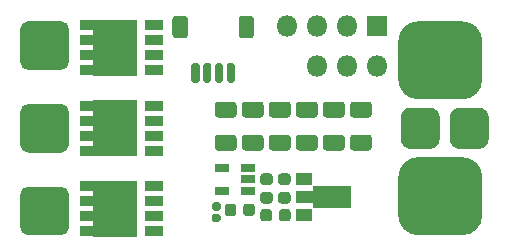
<source format=gbr>
%TF.GenerationSoftware,KiCad,Pcbnew,(5.1.6-0-10_14)*%
%TF.CreationDate,2021-03-16T08:34:44-04:00*%
%TF.ProjectId,F051_ESC,46303531-5f45-4534-932e-6b696361645f,rev?*%
%TF.SameCoordinates,Original*%
%TF.FileFunction,Soldermask,Top*%
%TF.FilePolarity,Negative*%
%FSLAX46Y46*%
G04 Gerber Fmt 4.6, Leading zero omitted, Abs format (unit mm)*
G04 Created by KiCad (PCBNEW (5.1.6-0-10_14)) date 2021-03-16 08:34:44*
%MOMM*%
%LPD*%
G01*
G04 APERTURE LIST*
%ADD10O,1.801600X1.801600*%
%ADD11R,1.801600X1.801600*%
%ADD12R,3.851600X4.801600*%
%ADD13R,1.151600X0.951600*%
%ADD14R,1.551600X0.951600*%
%ADD15R,1.161600X0.751600*%
%ADD16C,0.100000*%
%ADD17R,1.401600X1.001600*%
G04 APERTURE END LIST*
D10*
%TO.C,J3*%
X242550000Y-71330000D03*
X245090000Y-71330000D03*
X247630000Y-71330000D03*
D11*
X250170000Y-71330000D03*
%TD*%
D12*
%TO.C,Q6*%
X227950000Y-86800000D03*
D13*
X225550000Y-88705000D03*
X225550000Y-87435000D03*
X225550000Y-86165000D03*
X225550000Y-84895000D03*
D14*
X231250000Y-84895000D03*
X231250000Y-86165000D03*
X231250000Y-87435000D03*
X231250000Y-88705000D03*
%TD*%
D10*
%TO.C,J6*%
X245090000Y-74710000D03*
X247630000Y-74710000D03*
X250170000Y-74710000D03*
%TD*%
%TO.C,J2*%
G36*
G01*
X234120800Y-70754932D02*
X234120800Y-72115068D01*
G75*
G02*
X233850068Y-72385800I-270732J0D01*
G01*
X233089932Y-72385800D01*
G75*
G02*
X232819200Y-72115068I0J270732D01*
G01*
X232819200Y-70754932D01*
G75*
G02*
X233089932Y-70484200I270732J0D01*
G01*
X233850068Y-70484200D01*
G75*
G02*
X234120800Y-70754932I0J-270732D01*
G01*
G37*
G36*
G01*
X239720800Y-70754932D02*
X239720800Y-72115068D01*
G75*
G02*
X239450068Y-72385800I-270732J0D01*
G01*
X238689932Y-72385800D01*
G75*
G02*
X238419200Y-72115068I0J270732D01*
G01*
X238419200Y-70754932D01*
G75*
G02*
X238689932Y-70484200I270732J0D01*
G01*
X239450068Y-70484200D01*
G75*
G02*
X239720800Y-70754932I0J-270732D01*
G01*
G37*
G36*
G01*
X235120800Y-74659600D02*
X235120800Y-75960400D01*
G75*
G02*
X234945400Y-76135800I-175400J0D01*
G01*
X234594600Y-76135800D01*
G75*
G02*
X234419200Y-75960400I0J175400D01*
G01*
X234419200Y-74659600D01*
G75*
G02*
X234594600Y-74484200I175400J0D01*
G01*
X234945400Y-74484200D01*
G75*
G02*
X235120800Y-74659600I0J-175400D01*
G01*
G37*
G36*
G01*
X236120800Y-74659600D02*
X236120800Y-75960400D01*
G75*
G02*
X235945400Y-76135800I-175400J0D01*
G01*
X235594600Y-76135800D01*
G75*
G02*
X235419200Y-75960400I0J175400D01*
G01*
X235419200Y-74659600D01*
G75*
G02*
X235594600Y-74484200I175400J0D01*
G01*
X235945400Y-74484200D01*
G75*
G02*
X236120800Y-74659600I0J-175400D01*
G01*
G37*
G36*
G01*
X237120800Y-74659600D02*
X237120800Y-75960400D01*
G75*
G02*
X236945400Y-76135800I-175400J0D01*
G01*
X236594600Y-76135800D01*
G75*
G02*
X236419200Y-75960400I0J175400D01*
G01*
X236419200Y-74659600D01*
G75*
G02*
X236594600Y-74484200I175400J0D01*
G01*
X236945400Y-74484200D01*
G75*
G02*
X237120800Y-74659600I0J-175400D01*
G01*
G37*
G36*
G01*
X238120800Y-74659600D02*
X238120800Y-75960400D01*
G75*
G02*
X237945400Y-76135800I-175400J0D01*
G01*
X237594600Y-76135800D01*
G75*
G02*
X237419200Y-75960400I0J175400D01*
G01*
X237419200Y-74659600D01*
G75*
G02*
X237594600Y-74484200I175400J0D01*
G01*
X237945400Y-74484200D01*
G75*
G02*
X238120800Y-74659600I0J-175400D01*
G01*
G37*
%TD*%
%TO.C,C20*%
G36*
G01*
X237985480Y-79095800D02*
X236674520Y-79095800D01*
G75*
G02*
X236404200Y-78825480I0J270320D01*
G01*
X236404200Y-78014520D01*
G75*
G02*
X236674520Y-77744200I270320J0D01*
G01*
X237985480Y-77744200D01*
G75*
G02*
X238255800Y-78014520I0J-270320D01*
G01*
X238255800Y-78825480D01*
G75*
G02*
X237985480Y-79095800I-270320J0D01*
G01*
G37*
G36*
G01*
X237985480Y-81895800D02*
X236674520Y-81895800D01*
G75*
G02*
X236404200Y-81625480I0J270320D01*
G01*
X236404200Y-80814520D01*
G75*
G02*
X236674520Y-80544200I270320J0D01*
G01*
X237985480Y-80544200D01*
G75*
G02*
X238255800Y-80814520I0J-270320D01*
G01*
X238255800Y-81625480D01*
G75*
G02*
X237985480Y-81895800I-270320J0D01*
G01*
G37*
%TD*%
D15*
%TO.C,U4*%
X237010000Y-85280000D03*
X237010000Y-83380000D03*
X239210000Y-83380000D03*
X239210000Y-84330000D03*
X239210000Y-85280000D03*
%TD*%
%TO.C,R1*%
G36*
G01*
X255455800Y-79074600D02*
X255455800Y-80925400D01*
G75*
G02*
X254630400Y-81750800I-825400J0D01*
G01*
X252979600Y-81750800D01*
G75*
G02*
X252154200Y-80925400I0J825400D01*
G01*
X252154200Y-79074600D01*
G75*
G02*
X252979600Y-78249200I825400J0D01*
G01*
X254630400Y-78249200D01*
G75*
G02*
X255455800Y-79074600I0J-825400D01*
G01*
G37*
G36*
G01*
X259605800Y-79074600D02*
X259605800Y-80925400D01*
G75*
G02*
X258780400Y-81750800I-825400J0D01*
G01*
X257129600Y-81750800D01*
G75*
G02*
X256304200Y-80925400I0J825400D01*
G01*
X256304200Y-79074600D01*
G75*
G02*
X257129600Y-78249200I825400J0D01*
G01*
X258780400Y-78249200D01*
G75*
G02*
X259605800Y-79074600I0J-825400D01*
G01*
G37*
%TD*%
%TO.C,J1*%
G36*
G01*
X257400400Y-77550800D02*
X253599600Y-77550800D01*
G75*
G02*
X251949200Y-75900400I0J1650400D01*
G01*
X251949200Y-72599600D01*
G75*
G02*
X253599600Y-70949200I1650400J0D01*
G01*
X257400400Y-70949200D01*
G75*
G02*
X259050800Y-72599600I0J-1650400D01*
G01*
X259050800Y-75900400D01*
G75*
G02*
X257400400Y-77550800I-1650400J0D01*
G01*
G37*
G36*
G01*
X257400400Y-89050800D02*
X253599600Y-89050800D01*
G75*
G02*
X251949200Y-87400400I0J1650400D01*
G01*
X251949200Y-84099600D01*
G75*
G02*
X253599600Y-82449200I1650400J0D01*
G01*
X257400400Y-82449200D01*
G75*
G02*
X259050800Y-84099600I0J-1650400D01*
G01*
X259050800Y-87400400D01*
G75*
G02*
X257400400Y-89050800I-1650400J0D01*
G01*
G37*
%TD*%
D16*
%TO.C,U3*%
G36*
X247939911Y-84893676D02*
G01*
X247949440Y-84896567D01*
X247958223Y-84901261D01*
X247965921Y-84907579D01*
X247972239Y-84915277D01*
X247976933Y-84924060D01*
X247979824Y-84933589D01*
X247980800Y-84943500D01*
X247980800Y-86676500D01*
X247979824Y-86686411D01*
X247976933Y-86695940D01*
X247972239Y-86704723D01*
X247965921Y-86712421D01*
X247958223Y-86718739D01*
X247949440Y-86723433D01*
X247939911Y-86726324D01*
X247930000Y-86727300D01*
X244805000Y-86727300D01*
X244795089Y-86726324D01*
X244785560Y-86723433D01*
X244776777Y-86718739D01*
X244769079Y-86712421D01*
X244762761Y-86704723D01*
X244758067Y-86695940D01*
X244755176Y-86686411D01*
X244754200Y-86676500D01*
X244754200Y-86310800D01*
X243330000Y-86310800D01*
X243320089Y-86309824D01*
X243310560Y-86306933D01*
X243301777Y-86302239D01*
X243294079Y-86295921D01*
X243287761Y-86288223D01*
X243283067Y-86279440D01*
X243280176Y-86269911D01*
X243279200Y-86260000D01*
X243279200Y-85360000D01*
X243280176Y-85350089D01*
X243283067Y-85340560D01*
X243287761Y-85331777D01*
X243294079Y-85324079D01*
X243301777Y-85317761D01*
X243310560Y-85313067D01*
X243320089Y-85310176D01*
X243330000Y-85309200D01*
X244754200Y-85309200D01*
X244754200Y-84943500D01*
X244755176Y-84933589D01*
X244758067Y-84924060D01*
X244762761Y-84915277D01*
X244769079Y-84907579D01*
X244776777Y-84901261D01*
X244785560Y-84896567D01*
X244795089Y-84893676D01*
X244805000Y-84892700D01*
X247930000Y-84892700D01*
X247939911Y-84893676D01*
G37*
D17*
X243980000Y-87310000D03*
X243980000Y-84310000D03*
%TD*%
%TO.C,J4*%
G36*
G01*
X223435560Y-75050800D02*
X220564440Y-75050800D01*
G75*
G02*
X219949200Y-74435560I0J615240D01*
G01*
X219949200Y-71564440D01*
G75*
G02*
X220564440Y-70949200I615240J0D01*
G01*
X223435560Y-70949200D01*
G75*
G02*
X224050800Y-71564440I0J-615240D01*
G01*
X224050800Y-74435560D01*
G75*
G02*
X223435560Y-75050800I-615240J0D01*
G01*
G37*
G36*
G01*
X223435560Y-82050800D02*
X220564440Y-82050800D01*
G75*
G02*
X219949200Y-81435560I0J615240D01*
G01*
X219949200Y-78564440D01*
G75*
G02*
X220564440Y-77949200I615240J0D01*
G01*
X223435560Y-77949200D01*
G75*
G02*
X224050800Y-78564440I0J-615240D01*
G01*
X224050800Y-81435560D01*
G75*
G02*
X223435560Y-82050800I-615240J0D01*
G01*
G37*
G36*
G01*
X223435560Y-89050800D02*
X220564440Y-89050800D01*
G75*
G02*
X219949200Y-88435560I0J615240D01*
G01*
X219949200Y-85564440D01*
G75*
G02*
X220564440Y-84949200I615240J0D01*
G01*
X223435560Y-84949200D01*
G75*
G02*
X224050800Y-85564440I0J-615240D01*
G01*
X224050800Y-88435560D01*
G75*
G02*
X223435560Y-89050800I-615240J0D01*
G01*
G37*
%TD*%
%TO.C,C5*%
G36*
G01*
X242018350Y-85399200D02*
X242581650Y-85399200D01*
G75*
G02*
X242825800Y-85643350I0J-244150D01*
G01*
X242825800Y-86131650D01*
G75*
G02*
X242581650Y-86375800I-244150J0D01*
G01*
X242018350Y-86375800D01*
G75*
G02*
X241774200Y-86131650I0J244150D01*
G01*
X241774200Y-85643350D01*
G75*
G02*
X242018350Y-85399200I244150J0D01*
G01*
G37*
G36*
G01*
X242018350Y-83824200D02*
X242581650Y-83824200D01*
G75*
G02*
X242825800Y-84068350I0J-244150D01*
G01*
X242825800Y-84556650D01*
G75*
G02*
X242581650Y-84800800I-244150J0D01*
G01*
X242018350Y-84800800D01*
G75*
G02*
X241774200Y-84556650I0J244150D01*
G01*
X241774200Y-84068350D01*
G75*
G02*
X242018350Y-83824200I244150J0D01*
G01*
G37*
%TD*%
%TO.C,C4*%
G36*
G01*
X241250800Y-87078350D02*
X241250800Y-87641650D01*
G75*
G02*
X241006650Y-87885800I-244150J0D01*
G01*
X240518350Y-87885800D01*
G75*
G02*
X240274200Y-87641650I0J244150D01*
G01*
X240274200Y-87078350D01*
G75*
G02*
X240518350Y-86834200I244150J0D01*
G01*
X241006650Y-86834200D01*
G75*
G02*
X241250800Y-87078350I0J-244150D01*
G01*
G37*
G36*
G01*
X242825800Y-87078350D02*
X242825800Y-87641650D01*
G75*
G02*
X242581650Y-87885800I-244150J0D01*
G01*
X242093350Y-87885800D01*
G75*
G02*
X241849200Y-87641650I0J244150D01*
G01*
X241849200Y-87078350D01*
G75*
G02*
X242093350Y-86834200I244150J0D01*
G01*
X242581650Y-86834200D01*
G75*
G02*
X242825800Y-87078350I0J-244150D01*
G01*
G37*
%TD*%
%TO.C,C24*%
G36*
G01*
X238829200Y-87191650D02*
X238829200Y-86628350D01*
G75*
G02*
X239073350Y-86384200I244150J0D01*
G01*
X239561650Y-86384200D01*
G75*
G02*
X239805800Y-86628350I0J-244150D01*
G01*
X239805800Y-87191650D01*
G75*
G02*
X239561650Y-87435800I-244150J0D01*
G01*
X239073350Y-87435800D01*
G75*
G02*
X238829200Y-87191650I0J244150D01*
G01*
G37*
G36*
G01*
X237254200Y-87191650D02*
X237254200Y-86628350D01*
G75*
G02*
X237498350Y-86384200I244150J0D01*
G01*
X237986650Y-86384200D01*
G75*
G02*
X238230800Y-86628350I0J-244150D01*
G01*
X238230800Y-87191650D01*
G75*
G02*
X237986650Y-87435800I-244150J0D01*
G01*
X237498350Y-87435800D01*
G75*
G02*
X237254200Y-87191650I0J244150D01*
G01*
G37*
%TD*%
%TO.C,C23*%
G36*
G01*
X236727900Y-86970800D02*
X236332100Y-86970800D01*
G75*
G02*
X236159200Y-86797900I0J172900D01*
G01*
X236159200Y-86452100D01*
G75*
G02*
X236332100Y-86279200I172900J0D01*
G01*
X236727900Y-86279200D01*
G75*
G02*
X236900800Y-86452100I0J-172900D01*
G01*
X236900800Y-86797900D01*
G75*
G02*
X236727900Y-86970800I-172900J0D01*
G01*
G37*
G36*
G01*
X236727900Y-87940800D02*
X236332100Y-87940800D01*
G75*
G02*
X236159200Y-87767900I0J172900D01*
G01*
X236159200Y-87422100D01*
G75*
G02*
X236332100Y-87249200I172900J0D01*
G01*
X236727900Y-87249200D01*
G75*
G02*
X236900800Y-87422100I0J-172900D01*
G01*
X236900800Y-87767900D01*
G75*
G02*
X236727900Y-87940800I-172900J0D01*
G01*
G37*
%TD*%
%TO.C,C22*%
G36*
G01*
X240508350Y-85399200D02*
X241071650Y-85399200D01*
G75*
G02*
X241315800Y-85643350I0J-244150D01*
G01*
X241315800Y-86131650D01*
G75*
G02*
X241071650Y-86375800I-244150J0D01*
G01*
X240508350Y-86375800D01*
G75*
G02*
X240264200Y-86131650I0J244150D01*
G01*
X240264200Y-85643350D01*
G75*
G02*
X240508350Y-85399200I244150J0D01*
G01*
G37*
G36*
G01*
X240508350Y-83824200D02*
X241071650Y-83824200D01*
G75*
G02*
X241315800Y-84068350I0J-244150D01*
G01*
X241315800Y-84556650D01*
G75*
G02*
X241071650Y-84800800I-244150J0D01*
G01*
X240508350Y-84800800D01*
G75*
G02*
X240264200Y-84556650I0J244150D01*
G01*
X240264200Y-84068350D01*
G75*
G02*
X240508350Y-83824200I244150J0D01*
G01*
G37*
%TD*%
%TO.C,C21*%
G36*
G01*
X249435480Y-79095800D02*
X248124520Y-79095800D01*
G75*
G02*
X247854200Y-78825480I0J270320D01*
G01*
X247854200Y-78014520D01*
G75*
G02*
X248124520Y-77744200I270320J0D01*
G01*
X249435480Y-77744200D01*
G75*
G02*
X249705800Y-78014520I0J-270320D01*
G01*
X249705800Y-78825480D01*
G75*
G02*
X249435480Y-79095800I-270320J0D01*
G01*
G37*
G36*
G01*
X249435480Y-81895800D02*
X248124520Y-81895800D01*
G75*
G02*
X247854200Y-81625480I0J270320D01*
G01*
X247854200Y-80814520D01*
G75*
G02*
X248124520Y-80544200I270320J0D01*
G01*
X249435480Y-80544200D01*
G75*
G02*
X249705800Y-80814520I0J-270320D01*
G01*
X249705800Y-81625480D01*
G75*
G02*
X249435480Y-81895800I-270320J0D01*
G01*
G37*
%TD*%
%TO.C,C19*%
G36*
G01*
X247145480Y-79095800D02*
X245834520Y-79095800D01*
G75*
G02*
X245564200Y-78825480I0J270320D01*
G01*
X245564200Y-78014520D01*
G75*
G02*
X245834520Y-77744200I270320J0D01*
G01*
X247145480Y-77744200D01*
G75*
G02*
X247415800Y-78014520I0J-270320D01*
G01*
X247415800Y-78825480D01*
G75*
G02*
X247145480Y-79095800I-270320J0D01*
G01*
G37*
G36*
G01*
X247145480Y-81895800D02*
X245834520Y-81895800D01*
G75*
G02*
X245564200Y-81625480I0J270320D01*
G01*
X245564200Y-80814520D01*
G75*
G02*
X245834520Y-80544200I270320J0D01*
G01*
X247145480Y-80544200D01*
G75*
G02*
X247415800Y-80814520I0J-270320D01*
G01*
X247415800Y-81625480D01*
G75*
G02*
X247145480Y-81895800I-270320J0D01*
G01*
G37*
%TD*%
%TO.C,C18*%
G36*
G01*
X240275480Y-79095800D02*
X238964520Y-79095800D01*
G75*
G02*
X238694200Y-78825480I0J270320D01*
G01*
X238694200Y-78014520D01*
G75*
G02*
X238964520Y-77744200I270320J0D01*
G01*
X240275480Y-77744200D01*
G75*
G02*
X240545800Y-78014520I0J-270320D01*
G01*
X240545800Y-78825480D01*
G75*
G02*
X240275480Y-79095800I-270320J0D01*
G01*
G37*
G36*
G01*
X240275480Y-81895800D02*
X238964520Y-81895800D01*
G75*
G02*
X238694200Y-81625480I0J270320D01*
G01*
X238694200Y-80814520D01*
G75*
G02*
X238964520Y-80544200I270320J0D01*
G01*
X240275480Y-80544200D01*
G75*
G02*
X240545800Y-80814520I0J-270320D01*
G01*
X240545800Y-81625480D01*
G75*
G02*
X240275480Y-81895800I-270320J0D01*
G01*
G37*
%TD*%
%TO.C,C17*%
G36*
G01*
X244855480Y-79095800D02*
X243544520Y-79095800D01*
G75*
G02*
X243274200Y-78825480I0J270320D01*
G01*
X243274200Y-78014520D01*
G75*
G02*
X243544520Y-77744200I270320J0D01*
G01*
X244855480Y-77744200D01*
G75*
G02*
X245125800Y-78014520I0J-270320D01*
G01*
X245125800Y-78825480D01*
G75*
G02*
X244855480Y-79095800I-270320J0D01*
G01*
G37*
G36*
G01*
X244855480Y-81895800D02*
X243544520Y-81895800D01*
G75*
G02*
X243274200Y-81625480I0J270320D01*
G01*
X243274200Y-80814520D01*
G75*
G02*
X243544520Y-80544200I270320J0D01*
G01*
X244855480Y-80544200D01*
G75*
G02*
X245125800Y-80814520I0J-270320D01*
G01*
X245125800Y-81625480D01*
G75*
G02*
X244855480Y-81895800I-270320J0D01*
G01*
G37*
%TD*%
%TO.C,C16*%
G36*
G01*
X242565480Y-79095800D02*
X241254520Y-79095800D01*
G75*
G02*
X240984200Y-78825480I0J270320D01*
G01*
X240984200Y-78014520D01*
G75*
G02*
X241254520Y-77744200I270320J0D01*
G01*
X242565480Y-77744200D01*
G75*
G02*
X242835800Y-78014520I0J-270320D01*
G01*
X242835800Y-78825480D01*
G75*
G02*
X242565480Y-79095800I-270320J0D01*
G01*
G37*
G36*
G01*
X242565480Y-81895800D02*
X241254520Y-81895800D01*
G75*
G02*
X240984200Y-81625480I0J270320D01*
G01*
X240984200Y-80814520D01*
G75*
G02*
X241254520Y-80544200I270320J0D01*
G01*
X242565480Y-80544200D01*
G75*
G02*
X242835800Y-80814520I0J-270320D01*
G01*
X242835800Y-81625480D01*
G75*
G02*
X242565480Y-81895800I-270320J0D01*
G01*
G37*
%TD*%
D12*
%TO.C,Q4*%
X227950000Y-80000000D03*
D13*
X225550000Y-81905000D03*
X225550000Y-80635000D03*
X225550000Y-79365000D03*
X225550000Y-78095000D03*
D14*
X231250000Y-78095000D03*
X231250000Y-79365000D03*
X231250000Y-80635000D03*
X231250000Y-81905000D03*
%TD*%
D12*
%TO.C,Q2*%
X227990000Y-73200000D03*
D13*
X225590000Y-75105000D03*
X225590000Y-73835000D03*
X225590000Y-72565000D03*
X225590000Y-71295000D03*
D14*
X231290000Y-71295000D03*
X231290000Y-72565000D03*
X231290000Y-73835000D03*
X231290000Y-75105000D03*
%TD*%
M02*

</source>
